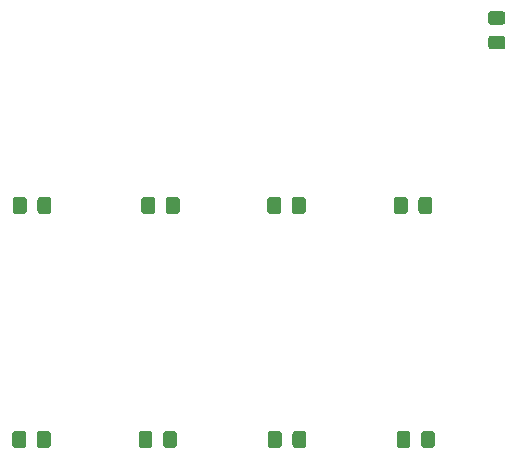
<source format=gbr>
%TF.GenerationSoftware,KiCad,Pcbnew,5.1.10*%
%TF.CreationDate,2021-12-22T00:08:39-07:00*%
%TF.ProjectId,Bondwell1MB,426f6e64-7765-46c6-9c31-4d422e6b6963,rev?*%
%TF.SameCoordinates,Original*%
%TF.FileFunction,Paste,Bot*%
%TF.FilePolarity,Positive*%
%FSLAX46Y46*%
G04 Gerber Fmt 4.6, Leading zero omitted, Abs format (unit mm)*
G04 Created by KiCad (PCBNEW 5.1.10) date 2021-12-22 00:08:39*
%MOMM*%
%LPD*%
G01*
G04 APERTURE LIST*
G04 APERTURE END LIST*
%TO.C,C9*%
G36*
G01*
X115512000Y-110457000D02*
X115512000Y-109507000D01*
G75*
G02*
X115762000Y-109257000I250000J0D01*
G01*
X116437000Y-109257000D01*
G75*
G02*
X116687000Y-109507000I0J-250000D01*
G01*
X116687000Y-110457000D01*
G75*
G02*
X116437000Y-110707000I-250000J0D01*
G01*
X115762000Y-110707000D01*
G75*
G02*
X115512000Y-110457000I0J250000D01*
G01*
G37*
G36*
G01*
X113437000Y-110457000D02*
X113437000Y-109507000D01*
G75*
G02*
X113687000Y-109257000I250000J0D01*
G01*
X114362000Y-109257000D01*
G75*
G02*
X114612000Y-109507000I0J-250000D01*
G01*
X114612000Y-110457000D01*
G75*
G02*
X114362000Y-110707000I-250000J0D01*
G01*
X113687000Y-110707000D01*
G75*
G02*
X113437000Y-110457000I0J250000D01*
G01*
G37*
%TD*%
%TO.C,C8*%
G36*
G01*
X93668000Y-110457000D02*
X93668000Y-109507000D01*
G75*
G02*
X93918000Y-109257000I250000J0D01*
G01*
X94593000Y-109257000D01*
G75*
G02*
X94843000Y-109507000I0J-250000D01*
G01*
X94843000Y-110457000D01*
G75*
G02*
X94593000Y-110707000I-250000J0D01*
G01*
X93918000Y-110707000D01*
G75*
G02*
X93668000Y-110457000I0J250000D01*
G01*
G37*
G36*
G01*
X91593000Y-110457000D02*
X91593000Y-109507000D01*
G75*
G02*
X91843000Y-109257000I250000J0D01*
G01*
X92518000Y-109257000D01*
G75*
G02*
X92768000Y-109507000I0J-250000D01*
G01*
X92768000Y-110457000D01*
G75*
G02*
X92518000Y-110707000I-250000J0D01*
G01*
X91843000Y-110707000D01*
G75*
G02*
X91593000Y-110457000I0J250000D01*
G01*
G37*
%TD*%
%TO.C,C7*%
G36*
G01*
X115279500Y-90645000D02*
X115279500Y-89695000D01*
G75*
G02*
X115529500Y-89445000I250000J0D01*
G01*
X116204500Y-89445000D01*
G75*
G02*
X116454500Y-89695000I0J-250000D01*
G01*
X116454500Y-90645000D01*
G75*
G02*
X116204500Y-90895000I-250000J0D01*
G01*
X115529500Y-90895000D01*
G75*
G02*
X115279500Y-90645000I0J250000D01*
G01*
G37*
G36*
G01*
X113204500Y-90645000D02*
X113204500Y-89695000D01*
G75*
G02*
X113454500Y-89445000I250000J0D01*
G01*
X114129500Y-89445000D01*
G75*
G02*
X114379500Y-89695000I0J-250000D01*
G01*
X114379500Y-90645000D01*
G75*
G02*
X114129500Y-90895000I-250000J0D01*
G01*
X113454500Y-90895000D01*
G75*
G02*
X113204500Y-90645000I0J250000D01*
G01*
G37*
%TD*%
%TO.C,C6*%
G36*
G01*
X93900500Y-90645000D02*
X93900500Y-89695000D01*
G75*
G02*
X94150500Y-89445000I250000J0D01*
G01*
X94825500Y-89445000D01*
G75*
G02*
X95075500Y-89695000I0J-250000D01*
G01*
X95075500Y-90645000D01*
G75*
G02*
X94825500Y-90895000I-250000J0D01*
G01*
X94150500Y-90895000D01*
G75*
G02*
X93900500Y-90645000I0J250000D01*
G01*
G37*
G36*
G01*
X91825500Y-90645000D02*
X91825500Y-89695000D01*
G75*
G02*
X92075500Y-89445000I250000J0D01*
G01*
X92750500Y-89445000D01*
G75*
G02*
X93000500Y-89695000I0J-250000D01*
G01*
X93000500Y-90645000D01*
G75*
G02*
X92750500Y-90895000I-250000J0D01*
G01*
X92075500Y-90895000D01*
G75*
G02*
X91825500Y-90645000I0J250000D01*
G01*
G37*
%TD*%
%TO.C,C5*%
G36*
G01*
X104611500Y-110457000D02*
X104611500Y-109507000D01*
G75*
G02*
X104861500Y-109257000I250000J0D01*
G01*
X105536500Y-109257000D01*
G75*
G02*
X105786500Y-109507000I0J-250000D01*
G01*
X105786500Y-110457000D01*
G75*
G02*
X105536500Y-110707000I-250000J0D01*
G01*
X104861500Y-110707000D01*
G75*
G02*
X104611500Y-110457000I0J250000D01*
G01*
G37*
G36*
G01*
X102536500Y-110457000D02*
X102536500Y-109507000D01*
G75*
G02*
X102786500Y-109257000I250000J0D01*
G01*
X103461500Y-109257000D01*
G75*
G02*
X103711500Y-109507000I0J-250000D01*
G01*
X103711500Y-110457000D01*
G75*
G02*
X103461500Y-110707000I-250000J0D01*
G01*
X102786500Y-110707000D01*
G75*
G02*
X102536500Y-110457000I0J250000D01*
G01*
G37*
%TD*%
%TO.C,C4*%
G36*
G01*
X82978500Y-110457000D02*
X82978500Y-109507000D01*
G75*
G02*
X83228500Y-109257000I250000J0D01*
G01*
X83903500Y-109257000D01*
G75*
G02*
X84153500Y-109507000I0J-250000D01*
G01*
X84153500Y-110457000D01*
G75*
G02*
X83903500Y-110707000I-250000J0D01*
G01*
X83228500Y-110707000D01*
G75*
G02*
X82978500Y-110457000I0J250000D01*
G01*
G37*
G36*
G01*
X80903500Y-110457000D02*
X80903500Y-109507000D01*
G75*
G02*
X81153500Y-109257000I250000J0D01*
G01*
X81828500Y-109257000D01*
G75*
G02*
X82078500Y-109507000I0J-250000D01*
G01*
X82078500Y-110457000D01*
G75*
G02*
X81828500Y-110707000I-250000J0D01*
G01*
X81153500Y-110707000D01*
G75*
G02*
X80903500Y-110457000I0J250000D01*
G01*
G37*
%TD*%
%TO.C,C3*%
G36*
G01*
X104568500Y-90645000D02*
X104568500Y-89695000D01*
G75*
G02*
X104818500Y-89445000I250000J0D01*
G01*
X105493500Y-89445000D01*
G75*
G02*
X105743500Y-89695000I0J-250000D01*
G01*
X105743500Y-90645000D01*
G75*
G02*
X105493500Y-90895000I-250000J0D01*
G01*
X104818500Y-90895000D01*
G75*
G02*
X104568500Y-90645000I0J250000D01*
G01*
G37*
G36*
G01*
X102493500Y-90645000D02*
X102493500Y-89695000D01*
G75*
G02*
X102743500Y-89445000I250000J0D01*
G01*
X103418500Y-89445000D01*
G75*
G02*
X103668500Y-89695000I0J-250000D01*
G01*
X103668500Y-90645000D01*
G75*
G02*
X103418500Y-90895000I-250000J0D01*
G01*
X102743500Y-90895000D01*
G75*
G02*
X102493500Y-90645000I0J250000D01*
G01*
G37*
%TD*%
%TO.C,C2*%
G36*
G01*
X83021500Y-90645000D02*
X83021500Y-89695000D01*
G75*
G02*
X83271500Y-89445000I250000J0D01*
G01*
X83946500Y-89445000D01*
G75*
G02*
X84196500Y-89695000I0J-250000D01*
G01*
X84196500Y-90645000D01*
G75*
G02*
X83946500Y-90895000I-250000J0D01*
G01*
X83271500Y-90895000D01*
G75*
G02*
X83021500Y-90645000I0J250000D01*
G01*
G37*
G36*
G01*
X80946500Y-90645000D02*
X80946500Y-89695000D01*
G75*
G02*
X81196500Y-89445000I250000J0D01*
G01*
X81871500Y-89445000D01*
G75*
G02*
X82121500Y-89695000I0J-250000D01*
G01*
X82121500Y-90645000D01*
G75*
G02*
X81871500Y-90895000I-250000J0D01*
G01*
X81196500Y-90895000D01*
G75*
G02*
X80946500Y-90645000I0J250000D01*
G01*
G37*
%TD*%
%TO.C,C1*%
G36*
G01*
X122395000Y-74882500D02*
X121445000Y-74882500D01*
G75*
G02*
X121195000Y-74632500I0J250000D01*
G01*
X121195000Y-73957500D01*
G75*
G02*
X121445000Y-73707500I250000J0D01*
G01*
X122395000Y-73707500D01*
G75*
G02*
X122645000Y-73957500I0J-250000D01*
G01*
X122645000Y-74632500D01*
G75*
G02*
X122395000Y-74882500I-250000J0D01*
G01*
G37*
G36*
G01*
X122395000Y-76957500D02*
X121445000Y-76957500D01*
G75*
G02*
X121195000Y-76707500I0J250000D01*
G01*
X121195000Y-76032500D01*
G75*
G02*
X121445000Y-75782500I250000J0D01*
G01*
X122395000Y-75782500D01*
G75*
G02*
X122645000Y-76032500I0J-250000D01*
G01*
X122645000Y-76707500D01*
G75*
G02*
X122395000Y-76957500I-250000J0D01*
G01*
G37*
%TD*%
M02*

</source>
